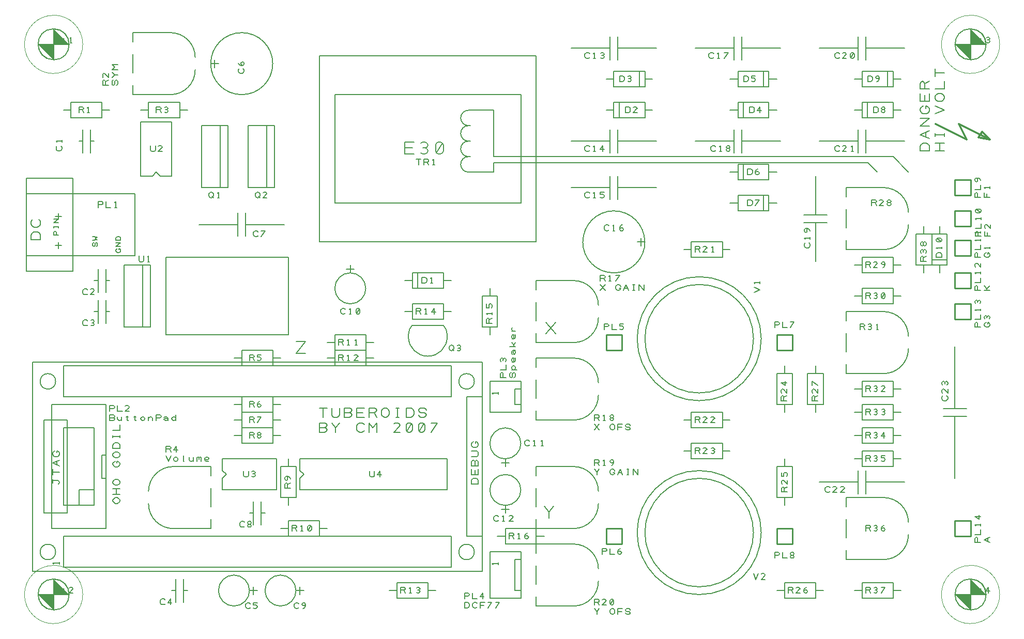
<source format=gbr>
%FSLAX23Y23*%
%MOIN*%
G04 EasyPC Gerber Version 14.0.2 Build 2922 *
%ADD72C,0.00100*%
%ADD25C,0.00500*%
%ADD28C,0.00787*%
%ADD26C,0.00800*%
%ADD29C,0.01000*%
%ADD27C,0.01200*%
X0Y0D02*
D02*
D25*
X6210Y1782D02*
X6207Y1779D01*
X6201Y1776*
X6191*
X6185Y1779*
X6182Y1782*
X6179Y1788*
Y1801*
X6182Y1807*
X6185Y1810*
X6191Y1813*
X6201*
X6207Y1810*
X6210Y1807*
X6254Y1776D02*
X6229D01*
X6251Y1798*
X6254Y1804*
X6251Y1810*
X6245Y1813*
X6235*
X6229Y1810*
X6304Y1776D02*
X6279D01*
X6301Y1798*
X6304Y1804*
X6301Y1810*
X6295Y1813*
X6285*
X6279Y1810*
D02*
D26*
X1029Y3704D02*
Y3304D01*
X1729*
Y3704*
X1029*
Y3804D02*
Y3204D01*
X1329*
Y3804*
X1029*
X1104Y1117D02*
G75*
G03X1204Y1016I100D01*
G01*
Y1117*
X1104*
G36*
G75*
G03X1204Y1016I100*
G01*
Y1117*
X1104*
G37*
Y4667D02*
G75*
G03X1204Y4566I100D01*
G01*
Y4667*
X1104*
G36*
G75*
G03X1204Y4566I100*
G01*
Y4667*
X1104*
G37*
X1117Y1391D02*
G75*
G03X1217I50D01*
G01*
G75*
G03X1117I-50*
G01*
Y2492D02*
G75*
G03X1217I50D01*
G01*
G75*
G03X1117I-50*
G01*
X1119Y3407D02*
X1059D01*
Y3437*
X1064Y3447*
X1069Y3452*
X1079Y3457*
X1099*
X1109Y3452*
X1114Y3447*
X1119Y3437*
Y3407*
X1109Y3537D02*
X1114Y3532D01*
X1119Y3522*
Y3507*
X1114Y3497*
X1109Y3492*
X1099Y3487*
X1079*
X1069Y3492*
X1064Y3497*
X1059Y3507*
Y3522*
X1064Y3532*
X1069Y3537*
X1204Y1126D02*
Y1163D01*
X1220Y1145*
X1235Y1163*
Y1126*
X1260Y1151D02*
X1273D01*
X1267Y1157D02*
Y1129D01*
X1270Y1126*
X1273*
X1276Y1129*
X1329Y1126D02*
X1304D01*
X1326Y1148*
X1329Y1154*
X1326Y1160*
X1320Y1163*
X1310*
X1304Y1160*
X1204Y1217D02*
G75*
G03Y1016J-100D01*
G01*
G75*
G03Y1217J100*
G01*
Y4676D02*
Y4713D01*
X1220Y4695*
X1235Y4713*
Y4676*
X1260Y4701D02*
X1273D01*
X1267Y4707D02*
Y4679D01*
X1270Y4676*
X1273*
X1276Y4679*
X1310Y4676D02*
X1323D01*
X1316D02*
Y4713D01*
X1310Y4707*
X1204Y4767D02*
G75*
G03Y4566J-100D01*
G01*
G75*
G03Y4767J100*
G01*
X1236Y3436D02*
X1206D01*
Y3453*
X1209Y3458*
X1214Y3460*
X1219Y3458*
X1221Y3453*
Y3436*
X1236Y3483D02*
Y3492D01*
Y3488D02*
X1206D01*
Y3483D02*
Y3492D01*
X1236Y3515D02*
X1206D01*
X1236Y3539*
X1206*
X1243Y1311D02*
Y1326D01*
Y1319D02*
X1199D01*
X1206Y1311*
X1236Y1829D02*
X1239Y1833D01*
X1243Y1840*
X1239Y1847*
X1236Y1851*
X1199*
Y1859*
Y1851D02*
Y1836D01*
X1243Y1907D02*
X1199D01*
Y1888D02*
Y1925D01*
X1243Y1947D02*
X1199Y1966D01*
X1243Y1984*
X1224Y1954D02*
Y1977D01*
Y2032D02*
Y2043D01*
X1228*
X1236Y2039*
X1239Y2036*
X1243Y2028*
Y2021*
X1239Y2014*
X1236Y2010*
X1228Y2006*
X1213*
X1206Y2010*
X1202Y2014*
X1199Y2021*
Y2028*
X1202Y2036*
X1206Y2039*
X1213Y2043*
X1251Y4010D02*
X1254Y4007D01*
X1257Y4001*
Y3992*
X1254Y3985*
X1251Y3982*
X1245Y3979*
X1232*
X1226Y3982*
X1223Y3985*
X1220Y3992*
Y4001*
X1223Y4007*
X1226Y4010*
X1257Y4035D02*
Y4048D01*
Y4042D02*
X1220D01*
X1226Y4035*
X1236Y3350D02*
Y3390D01*
X1255Y3370D02*
X1216D01*
X1236Y3538D02*
Y3577D01*
X1255Y3557D02*
X1216D01*
X1292Y1641D02*
Y2242D01*
X1142*
Y1641*
X1292*
X1304Y1117D02*
G75*
G03X1204Y1217I-100D01*
G01*
Y1117*
X1304*
G36*
G75*
G03X1204Y1217I-100*
G01*
Y1117*
X1304*
G37*
Y4667D02*
G75*
G03X1204Y4767I-100D01*
G01*
Y4667*
X1304*
G36*
G75*
G03X1204Y4767I-100*
G01*
Y4667*
X1304*
G37*
X1316Y4242D02*
X1267D01*
X1367Y4226D02*
Y4263D01*
X1388*
X1395Y4260*
X1398Y4254*
X1395Y4248*
X1388Y4245*
X1367*
X1388D02*
X1398Y4226D01*
X1423D02*
X1435D01*
X1429D02*
Y4263D01*
X1423Y4257*
Y2857D02*
X1420Y2854D01*
X1413Y2851*
X1404*
X1398Y2854*
X1395Y2857*
X1391Y2863*
Y2876*
X1395Y2882*
X1398Y2885*
X1404Y2888*
X1413*
X1420Y2885*
X1423Y2882*
X1445Y2854D02*
X1451Y2851D01*
X1457*
X1463Y2854*
X1466Y2860*
X1463Y2867*
X1457Y2870*
X1451*
X1457D02*
X1463Y2873D01*
X1466Y2879*
X1463Y2885*
X1457Y2888*
X1451*
X1445Y2885*
X1423Y3057D02*
X1420Y3054D01*
X1413Y3051*
X1404*
X1398Y3054*
X1395Y3057*
X1391Y3063*
Y3076*
X1395Y3082*
X1398Y3085*
X1404Y3088*
X1413*
X1420Y3085*
X1423Y3082*
X1466Y3051D02*
X1441D01*
X1463Y3073*
X1466Y3079*
X1463Y3085*
X1457Y3088*
X1448*
X1441Y3085*
X1391Y3967D02*
Y4117D01*
Y4042D02*
X1367D01*
X1441Y3967D02*
Y4117D01*
X1466Y1691D02*
Y2192D01*
X1267*
Y1691*
X1466*
Y1791D02*
Y1691D01*
X1367*
Y1791*
X1466*
Y2942D02*
X1492D01*
X1466Y4042D02*
X1441D01*
X1492Y3017D02*
Y2867D01*
Y3067D02*
Y3217D01*
Y3142D02*
X1466D01*
X1492Y3613D02*
Y3651D01*
X1513*
X1520Y3648*
X1523Y3642*
X1520Y3635*
X1513Y3632*
X1492*
X1542Y3651D02*
Y3613D01*
X1573*
X1598D02*
X1610D01*
X1604D02*
Y3651D01*
X1598Y3645*
X1479Y3363D02*
X1484Y3365D01*
X1486Y3370*
Y3380*
X1484Y3385*
X1479Y3387*
X1474Y3385*
X1471Y3380*
Y3370*
X1469Y3365*
X1464Y3363*
X1459Y3365*
X1456Y3370*
Y3380*
X1459Y3385*
X1464Y3387*
X1456Y3402D02*
X1486Y3405D01*
X1471Y3414*
X1486Y3424*
X1456Y3427*
X1516Y4292D02*
Y4191D01*
X1316*
Y4292*
X1516*
X1542Y2017D02*
X1516D01*
Y1866*
X1542*
Y2017*
Y2342D02*
X1192D01*
Y1542*
X1542*
Y2342*
Y2942D02*
X1566D01*
X1542Y3017D02*
Y2867D01*
Y3067D02*
Y3217D01*
X1566Y2298D02*
Y2336D01*
X1588*
X1595Y2333*
X1598Y2327*
X1595Y2320*
X1588Y2317*
X1566*
X1616Y2336D02*
Y2298D01*
X1648*
X1691D02*
X1666D01*
X1688Y2320*
X1691Y2327*
X1688Y2333*
X1682Y2336*
X1673*
X1666Y2333*
X1588Y2257D02*
X1595Y2254D01*
X1598Y2248*
X1595Y2242*
X1588Y2238*
X1566*
Y2276*
X1588*
X1595Y2273*
X1598Y2267*
X1595Y2260*
X1588Y2257*
X1566*
X1616Y2263D02*
Y2248D01*
X1620Y2242*
X1626Y2238*
X1632*
X1638Y2242*
X1641Y2248*
Y2263D02*
Y2238D01*
X1673Y2263D02*
X1685D01*
X1679Y2270D02*
Y2242D01*
X1682Y2238*
X1685*
X1688Y2242*
X1723Y2263D02*
X1735D01*
X1729Y2270D02*
Y2242D01*
X1732Y2238*
X1735*
X1738Y2242*
X1766Y2248D02*
X1770Y2242D01*
X1776Y2238*
X1782*
X1788Y2242*
X1791Y2248*
Y2254*
X1788Y2260*
X1782Y2263*
X1776*
X1770Y2260*
X1766Y2254*
Y2248*
X1816Y2238D02*
Y2263D01*
Y2254D02*
X1820Y2260D01*
X1826Y2263*
X1832*
X1838Y2260*
X1841Y2254*
Y2238*
X1866D02*
Y2276D01*
X1888*
X1895Y2273*
X1898Y2267*
X1895Y2260*
X1888Y2257*
X1866*
X1916Y2260D02*
X1923Y2263D01*
X1932*
X1938Y2260*
X1941Y2254*
Y2245*
X1938Y2242*
X1932Y2238*
X1926*
X1920Y2242*
X1916Y2245*
Y2248*
X1920Y2251*
X1926Y2254*
X1932*
X1938Y2251*
X1941Y2248*
Y2245D02*
Y2238D01*
X1991Y2254D02*
X1988Y2260D01*
X1982Y2263*
X1976*
X1970Y2260*
X1966Y2254*
Y2248*
X1970Y2242*
X1976Y2238*
X1982*
X1988Y2242*
X1991Y2248*
Y2238D02*
Y2276D01*
X1566Y3142D02*
X1542D01*
X1566Y4242D02*
X1516D01*
X1557Y4404D02*
X1520D01*
Y4426*
X1523Y4432*
X1529Y4435*
X1535Y4432*
X1538Y4426*
Y4404*
Y4426D02*
X1557Y4435D01*
Y4479D02*
Y4454D01*
X1535Y4476*
X1529Y4479*
X1523Y4476*
X1520Y4470*
Y4460*
X1523Y4454*
X1608Y4404D02*
X1614Y4407D01*
X1617Y4413*
Y4426*
X1614Y4432*
X1608Y4435*
X1602Y4432*
X1598Y4426*
Y4413*
X1595Y4407*
X1589Y4404*
X1583Y4407*
X1580Y4413*
Y4426*
X1583Y4432*
X1589Y4435*
X1617Y4470D02*
X1598D01*
X1580Y4454*
X1598Y4470D02*
X1580Y4485D01*
X1617Y4504D02*
X1580D01*
X1598Y4520*
X1580Y4535*
X1617*
X1616Y1704D02*
X1601D01*
X1594Y1708*
X1590Y1711*
X1586Y1719*
Y1726*
X1590Y1734*
X1594Y1737*
X1601Y1741*
X1616*
X1623Y1737*
X1627Y1734*
X1630Y1726*
Y1719*
X1627Y1711*
X1623Y1708*
X1616Y1704*
X1630Y1763D02*
X1586D01*
X1608D02*
Y1800D01*
X1630D02*
X1586D01*
X1616Y1822D02*
X1601D01*
X1594Y1826*
X1590Y1829*
X1586Y1837*
Y1844*
X1590Y1852*
X1594Y1855*
X1601Y1859*
X1616*
X1623Y1855*
X1627Y1852*
X1630Y1844*
Y1837*
X1627Y1829*
X1623Y1826*
X1616Y1822*
X1612Y1966D02*
Y1977D01*
X1616*
X1623Y1973*
X1627Y1970*
X1630Y1962*
Y1955*
X1627Y1948*
X1623Y1944*
X1616Y1940*
X1601*
X1594Y1944*
X1590Y1948*
X1586Y1955*
Y1962*
X1590Y1970*
X1594Y1973*
X1601Y1977*
X1616Y1999D02*
X1601D01*
X1594Y2003*
X1590Y2007*
X1586Y2014*
Y2021*
X1590Y2029*
X1594Y2032*
X1601Y2036*
X1616*
X1623Y2032*
X1627Y2029*
X1630Y2021*
Y2014*
X1627Y2007*
X1623Y2003*
X1616Y1999*
X1630Y2058D02*
X1586D01*
Y2080*
X1590Y2088*
X1594Y2092*
X1601Y2095*
X1616*
X1623Y2092*
X1627Y2088*
X1630Y2080*
Y2058*
Y2128D02*
Y2143D01*
Y2136D02*
X1586D01*
Y2128D02*
Y2143D01*
Y2176D02*
X1630D01*
Y2213*
X1624Y3341D02*
Y3348D01*
X1626*
X1631Y3346*
X1634Y3343*
X1636Y3338*
Y3333*
X1634Y3328*
X1631Y3326*
X1626Y3323*
X1616*
X1611Y3326*
X1609Y3328*
X1606Y3333*
Y3338*
X1609Y3343*
X1611Y3346*
X1616Y3348*
X1636Y3363D02*
X1606D01*
X1636Y3387*
X1606*
X1636Y3402D02*
X1606D01*
Y3417*
X1609Y3422*
X1611Y3424*
X1616Y3427*
X1626*
X1631Y3424*
X1634Y3422*
X1636Y3417*
Y3402*
X1716Y4602D02*
Y4482D01*
X1754Y3301D02*
Y3273D01*
X1757Y3267*
X1763Y3263*
X1776*
X1782Y3267*
X1785Y3273*
Y3301*
X1810Y3263D02*
X1823D01*
X1816D02*
Y3301D01*
X1810Y3295*
X1766Y4242D02*
X1816D01*
X1777Y3242D02*
Y2842D01*
X1816Y1702D02*
G75*
G03X1977Y1542I160D01*
G01*
X2217*
Y1602*
X1816Y1782D02*
G75*
G02X1977Y1941I160D01*
G01*
X2217*
Y1881*
X1816Y4191D02*
Y4292D01*
X2017*
Y4191*
X1816*
X1827Y3242D02*
X1657D01*
Y2842*
X1827*
Y3242*
X1829Y4013D02*
Y3985D01*
X1832Y3979*
X1838Y3976*
X1851*
X1857Y3979*
X1860Y3985*
Y4013*
X1904Y3976D02*
X1879D01*
X1901Y3998*
X1904Y4004*
X1901Y4010*
X1895Y4013*
X1885*
X1879Y4010*
X1866Y4226D02*
Y4263D01*
X1888*
X1895Y4260*
X1898Y4254*
X1895Y4248*
X1888Y4245*
X1866*
X1888D02*
X1898Y4226D01*
X1920Y4229D02*
X1926Y4226D01*
X1932*
X1938Y4229*
X1941Y4235*
X1938Y4242*
X1932Y4245*
X1926*
X1932D02*
X1938Y4248D01*
X1941Y4254*
X1938Y4260*
X1932Y4263*
X1926*
X1920Y4260*
X1923Y1057D02*
X1920Y1054D01*
X1913Y1051*
X1904*
X1898Y1054*
X1895Y1057*
X1891Y1063*
Y1076*
X1895Y1082*
X1898Y1085*
X1904Y1088*
X1913*
X1920Y1085*
X1923Y1082*
X1957Y1051D02*
Y1088D01*
X1941Y1063*
X1966*
X1929Y2036D02*
Y2073D01*
X1951*
X1957Y2070*
X1960Y2064*
X1957Y2058*
X1951Y2055*
X1929*
X1951D02*
X1960Y2036D01*
X1995D02*
Y2073D01*
X1979Y2048*
X2004*
X1929Y2013D02*
X1945Y1976D01*
X1960Y2013*
X1979Y1985D02*
X1982Y1979D01*
X1988Y1976*
X1995*
X2001Y1979*
X2004Y1985*
Y1991*
X2001Y1998*
X1995Y2001*
X1988*
X1982Y1998*
X1979Y1991*
Y1985*
X2045Y1976D02*
X2041D01*
Y2013*
X2079Y2001D02*
Y1985D01*
X2082Y1979*
X2088Y1976*
X2095*
X2101Y1979*
X2104Y1985*
Y2001D02*
Y1976D01*
X2129D02*
Y2001D01*
Y1998D02*
X2132Y2001D01*
X2138*
X2142Y1998*
Y1988*
Y1998D02*
X2145Y2001D01*
X2151*
X2154Y1998*
Y1976*
X2204Y1979D02*
X2201Y1976D01*
X2195*
X2188*
X2182Y1979*
X2179Y1985*
Y1995*
X2182Y1998*
X2188Y2001*
X2195*
X2201Y1998*
X2204Y1995*
Y1991*
X2201Y1988*
X2195Y1985*
X2188*
X2182Y1988*
X2179Y1991*
X1929Y2792D02*
Y3292D01*
X2717*
Y2792*
X1929*
X1966Y4167D02*
Y3817D01*
X1891*
X1866Y3842*
X1841Y3817*
X1766*
Y4167*
X1966*
X1991Y1067D02*
Y1217D01*
Y1142D02*
X1966D01*
X2017Y4242D02*
X2067D01*
X2041Y1067D02*
Y1217D01*
X2067Y1142D02*
X2041D01*
X2117Y4502D02*
G75*
G02X1956Y4342I-160D01*
G01*
X1716*
Y4402*
X2117Y4582D02*
G75*
G03X1956Y4742I-160D01*
G01*
X1716*
Y4682*
X2204Y3688D02*
Y3701D01*
X2207Y3707*
X2210Y3710*
X2217Y3713*
X2223*
X2229Y3710*
X2232Y3707*
X2235Y3701*
Y3688*
X2232Y3682*
X2229Y3679*
X2223Y3676*
X2217*
X2210Y3679*
X2207Y3682*
X2204Y3688*
X2226Y3685D02*
X2235Y3676D01*
X2260D02*
X2273D01*
X2267D02*
Y3713D01*
X2260Y3707*
X2217Y1682D02*
Y1802D01*
Y4542D02*
X2267D01*
X2217D02*
G75*
G02X2417Y4742I200D01*
G01*
G75*
G02X2617Y4542J-200*
G01*
G75*
G02X2417Y4342I-200*
G01*
G75*
G02X2217Y4542J200*
G01*
X2242Y4517D02*
Y4566D01*
X2277Y4142D02*
Y3742D01*
X2327Y4142D02*
X2157D01*
Y3742*
X2327*
Y4142*
X2392Y3504D02*
X2142D01*
X2392Y3579D02*
Y3429D01*
X2435Y1557D02*
X2432Y1554D01*
X2426Y1551*
X2417*
X2410Y1554*
X2407Y1557*
X2404Y1563*
Y1576*
X2407Y1582*
X2410Y1585*
X2417Y1588*
X2426*
X2432Y1585*
X2435Y1582*
X2463Y1570D02*
X2470D01*
X2476Y1573*
X2479Y1579*
X2476Y1585*
X2470Y1588*
X2463*
X2457Y1585*
X2454Y1579*
X2457Y1573*
X2463Y1570*
X2457Y1566*
X2454Y1560*
X2457Y1554*
X2463Y1551*
X2470*
X2476Y1554*
X2479Y1560*
X2476Y1566*
X2470Y1570*
X2417Y2142D02*
X2367D01*
X2417Y2242D02*
X2367D01*
X2417Y2342D02*
X2367D01*
X2417Y2642D02*
X2367D01*
X2429Y1913D02*
Y1885D01*
X2432Y1879*
X2438Y1876*
X2451*
X2457Y1879*
X2460Y1885*
Y1913*
X2482Y1879D02*
X2488Y1876D01*
X2495*
X2501Y1879*
X2504Y1885*
X2501Y1891*
X2495Y1895*
X2488*
X2495D02*
X2501Y1898D01*
X2504Y1904*
X2501Y1910*
X2495Y1913*
X2488*
X2482Y1910*
X2473Y1032D02*
X2470Y1029D01*
X2463Y1026*
X2454*
X2448Y1029*
X2445Y1032*
X2442Y1038*
Y1051*
X2445Y1057*
X2448Y1060*
X2454Y1063*
X2463*
X2470Y1060*
X2473Y1057*
X2492Y1029D02*
X2498Y1026D01*
X2507*
X2513Y1029*
X2517Y1035*
Y1038*
X2513Y1045*
X2507Y1048*
X2492*
Y1063*
X2517*
X2442Y3504D02*
X2692D01*
X2442Y3579D02*
Y3429D01*
X2426Y4510D02*
X2429Y4507D01*
X2432Y4501*
Y4492*
X2429Y4485*
X2426Y4482*
X2420Y4479*
X2407*
X2401Y4482*
X2398Y4485*
X2395Y4492*
Y4501*
X2398Y4507*
X2401Y4510*
X2423Y4529D02*
X2417Y4532D01*
X2413Y4538*
Y4545*
X2417Y4551*
X2423Y4554*
X2429Y4551*
X2432Y4545*
Y4538*
X2429Y4532*
X2423Y4529*
X2413*
X2404Y4532*
X2398Y4538*
X2395Y4545*
X2467Y1142D02*
G75*
G02X2367Y1042I-100D01*
G01*
G75*
G02X2267Y1142J100*
G01*
G75*
G02X2367Y1242I100*
G01*
G75*
G02X2467Y1142J-100*
G01*
Y1641D02*
X2492D01*
X2467Y2126D02*
Y2163D01*
X2488*
X2495Y2160*
X2498Y2154*
X2495Y2148*
X2488Y2145*
X2467*
X2488D02*
X2498Y2126D01*
X2526Y2145D02*
X2532D01*
X2538Y2148*
X2542Y2154*
X2538Y2160*
X2532Y2163*
X2526*
X2520Y2160*
X2517Y2154*
X2520Y2148*
X2526Y2145*
X2520Y2142*
X2517Y2135*
X2520Y2129*
X2526Y2126*
X2532*
X2538Y2129*
X2542Y2135*
X2538Y2142*
X2532Y2145*
X2467Y2226D02*
Y2263D01*
X2488*
X2495Y2260*
X2498Y2254*
X2495Y2248*
X2488Y2245*
X2467*
X2488D02*
X2498Y2226D01*
X2517D02*
X2542Y2263D01*
X2517*
X2467Y2326D02*
Y2363D01*
X2488*
X2495Y2360*
X2498Y2354*
X2495Y2348*
X2488Y2345*
X2467*
X2488D02*
X2498Y2326D01*
X2517Y2335D02*
X2520Y2342D01*
X2526Y2345*
X2532*
X2538Y2342*
X2542Y2335*
X2538Y2329*
X2532Y2326*
X2526*
X2520Y2329*
X2517Y2335*
Y2345*
X2520Y2354*
X2526Y2360*
X2532Y2363*
X2467Y2626D02*
Y2663D01*
X2488*
X2495Y2660*
X2498Y2654*
X2495Y2648*
X2488Y2645*
X2467*
X2488D02*
X2498Y2626D01*
X2517Y2629D02*
X2523Y2626D01*
X2532*
X2538Y2629*
X2542Y2635*
Y2638*
X2538Y2645*
X2532Y2648*
X2517*
Y2663*
X2542*
X2492Y1117D02*
Y1167D01*
Y1716D02*
Y1566D01*
X2523Y3432D02*
X2520Y3429D01*
X2513Y3426*
X2504*
X2498Y3429*
X2495Y3432*
X2492Y3438*
Y3451*
X2495Y3457*
X2498Y3460*
X2504Y3463*
X2513*
X2520Y3460*
X2523Y3457*
X2542Y3426D02*
X2567Y3463D01*
X2542*
X2504Y3688D02*
Y3701D01*
X2507Y3707*
X2510Y3710*
X2517Y3713*
X2523*
X2529Y3710*
X2532Y3707*
X2535Y3701*
Y3688*
X2532Y3682*
X2529Y3679*
X2523Y3676*
X2517*
X2510Y3679*
X2507Y3682*
X2504Y3688*
X2526Y3685D02*
X2535Y3676D01*
X2579D02*
X2554D01*
X2576Y3698*
X2579Y3704*
X2576Y3710*
X2570Y3713*
X2560*
X2554Y3710*
X2517Y1142D02*
X2467D01*
X2542Y1641D02*
X2567D01*
X2542Y1716D02*
Y1566D01*
X2577Y4142D02*
Y3742D01*
X2617Y2192D02*
Y2092D01*
X2417*
Y2192*
X2617*
Y2292D02*
Y2192D01*
X2417*
Y2292*
X2617*
Y2392D02*
Y2292D01*
X2417*
Y2392*
X2617*
Y2692D02*
Y2592D01*
X2417*
Y2692*
X2617*
X2627Y4142D02*
X2457D01*
Y3742*
X2627*
Y4142*
X2642Y1791D02*
X2292D01*
Y1866*
X2317Y1891*
X2292Y1916*
Y1991*
X2642*
Y1791*
X2667Y1941D02*
X2767D01*
Y1741*
X2667*
Y1941*
Y2142D02*
X2617D01*
X2667Y2242D02*
X2617D01*
X2667Y2342D02*
X2617D01*
X2667Y2642D02*
X2617D01*
X2717Y1542D02*
X2667D01*
X2717Y1741D02*
Y1691D01*
Y1991D02*
Y1941D01*
X2742Y1526D02*
Y1563D01*
X2763*
X2770Y1560*
X2773Y1554*
X2770Y1548*
X2763Y1545*
X2742*
X2763D02*
X2773Y1526D01*
X2798D02*
X2810D01*
X2804D02*
Y1563D01*
X2798Y1557*
X2845Y1529D02*
X2851Y1526D01*
X2857*
X2863Y1529*
X2867Y1535*
Y1554*
X2863Y1560*
X2857Y1563*
X2851*
X2845Y1560*
X2842Y1554*
Y1535*
X2845Y1529*
X2863Y1560*
X2732Y1804D02*
X2695D01*
Y1826*
X2698Y1832*
X2704Y1835*
X2710Y1832*
X2713Y1826*
Y1804*
Y1826D02*
X2732Y1835D01*
Y1863D02*
X2729Y1870D01*
X2723Y1876*
X2713Y1879*
X2704*
X2698Y1876*
X2695Y1870*
Y1863*
X2698Y1857*
X2704Y1854*
X2710Y1857*
X2713Y1863*
Y1870*
X2710Y1876*
X2704Y1879*
X2785Y1032D02*
X2782Y1029D01*
X2776Y1026*
X2767*
X2760Y1029*
X2757Y1032*
X2754Y1038*
Y1051*
X2757Y1057*
X2760Y1060*
X2767Y1063*
X2776*
X2782Y1060*
X2785Y1057*
X2813Y1026D02*
X2820Y1029D01*
X2826Y1035*
X2829Y1045*
Y1054*
X2826Y1060*
X2820Y1063*
X2813*
X2807Y1060*
X2804Y1054*
X2807Y1048*
X2813Y1045*
X2820*
X2826Y1048*
X2829Y1054*
X2767Y1142D02*
G75*
G02X2667Y1042I-100D01*
G01*
G75*
G02X2567Y1142J100*
G01*
G75*
G02X2667Y1242I100*
G01*
G75*
G02X2767Y1142J-100*
G01*
Y2748D02*
X2829D01*
X2767Y2673*
X2829*
X2792Y1117D02*
Y1167D01*
X2817Y1142D02*
X2767D01*
X2917Y1591D02*
Y1492D01*
X2717*
Y1591*
X2917*
Y3392D02*
X4316D01*
Y4592*
X2917*
Y3392*
X2967Y1542D02*
X2917D01*
X2967Y2742D02*
X3017D01*
Y2642D02*
X2967D01*
X3017Y2692D02*
Y2792D01*
X3217*
Y2692*
X3017*
Y3642D02*
X4217D01*
Y4342*
X3017*
Y3642*
X3042Y2626D02*
Y2663D01*
X3063*
X3070Y2660*
X3073Y2654*
X3070Y2648*
X3063Y2645*
X3042*
X3063D02*
X3073Y2626D01*
X3098D02*
X3110D01*
X3104D02*
Y2663D01*
X3098Y2657*
X3167Y2626D02*
X3142D01*
X3163Y2648*
X3167Y2654*
X3163Y2660*
X3157Y2663*
X3148*
X3142Y2660*
X3042Y2726D02*
Y2763D01*
X3063*
X3070Y2760*
X3073Y2754*
X3070Y2748*
X3063Y2745*
X3042*
X3063D02*
X3073Y2726D01*
X3098D02*
X3110D01*
X3104D02*
Y2763D01*
X3098Y2757*
X3148Y2726D02*
X3160D01*
X3154D02*
Y2763D01*
X3148Y2757*
X3085Y2932D02*
X3082Y2929D01*
X3076Y2926*
X3067*
X3060Y2929*
X3057Y2932*
X3054Y2938*
Y2951*
X3057Y2957*
X3060Y2960*
X3067Y2963*
X3076*
X3082Y2960*
X3085Y2957*
X3110Y2926D02*
X3123D01*
X3117D02*
Y2963D01*
X3110Y2957*
X3157Y2929D02*
X3163Y2926D01*
X3170*
X3176Y2929*
X3179Y2935*
Y2954*
X3176Y2960*
X3170Y2963*
X3163*
X3157Y2960*
X3154Y2954*
Y2935*
X3157Y2929*
X3176Y2960*
X3117Y3192D02*
G75*
G02X3217Y3092J-100D01*
G01*
G75*
G02X3117Y2992I-100*
G01*
G75*
G02X3017Y3092J100*
G01*
G75*
G02X3117Y3192I100*
G01*
Y3242D02*
Y3192D01*
X3142Y3217D02*
X3092D01*
X3217Y2692D02*
Y2592D01*
X3017*
Y2692*
X3217*
Y2742D02*
X3267D01*
X3242Y1913D02*
Y1885D01*
X3245Y1879*
X3251Y1876*
X3263*
X3270Y1879*
X3273Y1885*
Y1913*
X3307Y1876D02*
Y1913D01*
X3292Y1888*
X3317*
X3267Y2642D02*
X3217D01*
X3417Y1142D02*
X3367D01*
X3442Y1126D02*
Y1163D01*
X3463*
X3470Y1160*
X3473Y1154*
X3470Y1148*
X3463Y1145*
X3442*
X3463D02*
X3473Y1126D01*
X3498D02*
X3510D01*
X3504D02*
Y1163D01*
X3498Y1157*
X3545Y1129D02*
X3551Y1126D01*
X3557*
X3563Y1129*
X3567Y1135*
X3563Y1142*
X3557Y1145*
X3551*
X3557D02*
X3563Y1148D01*
X3567Y1154*
X3563Y1160*
X3557Y1163*
X3551*
X3545Y1160*
X3467Y3960D02*
Y4035D01*
X3529*
X3517Y3998D02*
X3467D01*
Y3960D02*
X3529D01*
X3573Y3967D02*
X3585Y3960D01*
X3598*
X3610Y3967*
X3617Y3979*
X3610Y3992*
X3598Y3998*
X3585*
X3598D02*
X3610Y4004D01*
X3617Y4017*
X3610Y4029*
X3598Y4035*
X3585*
X3573Y4029*
X3673Y3967D02*
X3685Y3960D01*
X3698*
X3710Y3967*
X3717Y3979*
Y4017*
X3710Y4029*
X3698Y4035*
X3685*
X3673Y4029*
X3667Y4017*
Y3979*
X3673Y3967*
X3710Y4029*
X3517Y2942D02*
X3467D01*
X3517Y3142D02*
X3467D01*
X3542Y2926D02*
Y2963D01*
X3563*
X3570Y2960*
X3573Y2954*
X3570Y2948*
X3563Y2945*
X3542*
X3563D02*
X3573Y2926D01*
X3598D02*
X3610D01*
X3604D02*
Y2963D01*
X3598Y2957*
X3657Y2926D02*
Y2963D01*
X3642Y2938*
X3667*
X3557Y3888D02*
Y3926D01*
X3542D02*
X3573D01*
X3592Y3888D02*
Y3926D01*
X3613*
X3620Y3923*
X3623Y3917*
X3620Y3910*
X3613Y3907*
X3592*
X3613D02*
X3623Y3888D01*
X3648D02*
X3660D01*
X3654D02*
Y3926D01*
X3648Y3920*
X3552Y3095D02*
Y3188D01*
X3579Y3126D02*
Y3163D01*
X3598*
X3604Y3160*
X3607Y3157*
X3610Y3151*
Y3138*
X3607Y3132*
X3604Y3129*
X3598Y3126*
X3579*
X3635D02*
X3648D01*
X3642D02*
Y3163D01*
X3635Y3157*
X3617Y1192D02*
Y1092D01*
X3417*
Y1192*
X3617*
X3667Y1142D02*
X3617D01*
X3717Y2992D02*
Y2892D01*
X3517*
Y2992*
X3717*
Y3192D02*
Y3092D01*
X3517*
Y3192*
X3717*
X3742Y1791D02*
X2792D01*
Y1866*
X2817Y1891*
X2792Y1916*
Y1991*
X3742*
Y1791*
Y2779D02*
G75*
G02X3617Y2654I-125D01*
G01*
G75*
G02X3492Y2779J125*
G01*
Y2794*
G75*
G02X3517Y2854I85J0*
G01*
X3717*
G75*
G02X3742Y2794I-60J-60*
G01*
Y2779*
X3754Y2701D02*
Y2713D01*
X3757Y2720*
X3760Y2723*
X3767Y2726*
X3773*
X3779Y2723*
X3782Y2720*
X3785Y2713*
Y2701*
X3782Y2695*
X3779Y2692*
X3773Y2688*
X3767*
X3760Y2692*
X3757Y2695*
X3754Y2701*
X3776Y2698D02*
X3785Y2688D01*
X3807Y2692D02*
X3813Y2688D01*
X3820*
X3826Y2692*
X3829Y2698*
X3826Y2704*
X3820Y2707*
X3813*
X3820D02*
X3826Y2710D01*
X3829Y2717*
X3826Y2723*
X3820Y2726*
X3813*
X3807Y2723*
X3767Y1292D02*
Y1492D01*
X1267*
Y1292*
X3767*
Y2392D02*
Y2592D01*
X1267*
Y2392*
X3767*
Y2942D02*
X3717D01*
X3767Y3142D02*
X3717D01*
X3817Y1391D02*
G75*
G03X3917I50D01*
G01*
G75*
G03X3817I-50*
G01*
Y2492D02*
G75*
G03X3917I50D01*
G01*
G75*
G03X3817I-50*
G01*
X3854Y1088D02*
Y1126D01*
X3876*
X3882Y1123*
X3885Y1117*
X3882Y1110*
X3876Y1107*
X3854*
X3904Y1126D02*
Y1088D01*
X3935*
X3970D02*
Y1126D01*
X3954Y1101*
X3979*
X3854Y1028D02*
Y1066D01*
X3873*
X3879Y1063*
X3882Y1060*
X3885Y1053*
Y1041*
X3882Y1035*
X3879Y1032*
X3873Y1028*
X3854*
X3935Y1035D02*
X3932Y1032D01*
X3926Y1028*
X3917*
X3910Y1032*
X3907Y1035*
X3904Y1041*
Y1053*
X3907Y1060*
X3910Y1063*
X3917Y1066*
X3926*
X3932Y1063*
X3935Y1060*
X3954Y1028D02*
Y1066D01*
X3985*
X3979Y1047D02*
X3954D01*
X4004Y1028D02*
X4029Y1066D01*
X4004*
X4054Y1028D02*
X4079Y1066D01*
X4054*
X3892Y3842D02*
X4042D01*
Y3904*
X6454*
X6516Y3842*
X3892D02*
X3879D01*
G75*
G02X3829Y3892J50*
G01*
G75*
G02X3879Y3942I50*
G01*
X3892*
X3879*
G75*
G02X3829Y3992J50*
G01*
G75*
G02X3879Y4042I50*
G01*
X3892*
X3879*
G75*
G02X3829Y4092J50*
G01*
G75*
G02X3879Y4142I50*
G01*
X3892*
X3879*
G75*
G02X3829Y4191J50*
G01*
G75*
G02X3879Y4242I50*
G01*
X3892*
X4042*
Y3942*
X6617*
X6716Y3842*
X3943Y1829D02*
X3899D01*
Y1851*
X3902Y1859*
X3906Y1862*
X3913Y1866*
X3928*
X3936Y1862*
X3939Y1859*
X3943Y1851*
Y1829*
Y1888D02*
X3899D01*
Y1925*
X3921Y1918D02*
Y1888D01*
X3943D02*
Y1925D01*
X3921Y1973D02*
X3924Y1980D01*
X3932Y1984*
X3939Y1980*
X3943Y1973*
Y1947*
X3899*
Y1973*
X3902Y1980*
X3910Y1984*
X3917Y1980*
X3921Y1973*
Y1947*
X3899Y2006D02*
X3932D01*
X3939Y2010*
X3943Y2017*
Y2032*
X3939Y2039*
X3932Y2043*
X3899*
X3924Y2091D02*
Y2102D01*
X3928*
X3936Y2098*
X3939Y2095*
X3943Y2087*
Y2080*
X3939Y2073*
X3936Y2069*
X3928Y2065*
X3913*
X3906Y2069*
X3902Y2073*
X3899Y2080*
Y2087*
X3902Y2095*
X3906Y2098*
X3913Y2102*
X3967Y1267D02*
Y2617D01*
X1067*
Y1267*
X3967*
Y1492D02*
Y2392D01*
X3867*
Y1492*
X3967*
Y3042D02*
X4066D01*
Y2842*
X3967*
Y3042*
X4017Y1391D02*
Y1092D01*
X4217*
Y1391*
X4017*
Y2492D02*
Y2292D01*
X4217*
Y2492*
X4017*
Y2842D02*
Y2792D01*
Y3092D02*
Y3042D01*
X4073Y1595D02*
X4070Y1591D01*
X4063Y1588*
X4054*
X4048Y1591*
X4045Y1595*
X4042Y1601*
Y1613*
X4045Y1620*
X4048Y1623*
X4054Y1626*
X4063*
X4070Y1623*
X4073Y1620*
X4098Y1588D02*
X4110D01*
X4104D02*
Y1626D01*
X4098Y1620*
X4167Y1588D02*
X4142D01*
X4163Y1610*
X4167Y1616*
X4163Y1623*
X4157Y1626*
X4148*
X4142Y1623*
X4032Y2867D02*
X3995D01*
Y2888*
X3998Y2895*
X4004Y2898*
X4010Y2895*
X4013Y2888*
Y2867*
Y2888D02*
X4032Y2898D01*
Y2923D02*
Y2935D01*
Y2929D02*
X3995D01*
X4001Y2923*
X4029Y2967D02*
X4032Y2973D01*
Y2982*
X4029Y2988*
X4023Y2992*
X4020*
X4013Y2988*
X4010Y2982*
Y2967*
X3995*
Y2992*
X4070Y1310D02*
Y1323D01*
Y1316D02*
X4032D01*
X4038Y1310*
X4070Y2410D02*
Y2423D01*
Y2417D02*
X4032D01*
X4038Y2410*
X4092Y1666D02*
X4142D01*
X4092Y1966D02*
X4142D01*
X4117Y1492D02*
X4066D01*
X4117Y1641D02*
Y1691D01*
G75*
G02X4017Y1791J100*
G01*
G75*
G02X4117Y1891I100*
G01*
G75*
G02X4217Y1791J-100*
G01*
G75*
G02X4117Y1691I-100*
G01*
Y1941D02*
Y1991D01*
G75*
G02X4017Y2092J100*
G01*
G75*
G02X4117Y2192I100*
G01*
G75*
G02X4217Y2092J-100*
G01*
G75*
G02X4117Y1991I-100*
G01*
X4122Y2517D02*
X4085D01*
Y2538*
X4088Y2545*
X4094Y2548*
X4100Y2545*
X4103Y2538*
Y2517*
X4085Y2567D02*
X4122D01*
Y2598*
X4119Y2620D02*
X4122Y2626D01*
Y2632*
X4119Y2638*
X4113Y2642*
X4107Y2638*
X4103Y2632*
Y2626*
Y2632D02*
X4100Y2638D01*
X4094Y2642*
X4088Y2638*
X4085Y2632*
Y2626*
X4088Y2620*
X4173Y2517D02*
X4179Y2520D01*
X4182Y2526*
Y2538*
X4179Y2545*
X4173Y2548*
X4167Y2545*
X4163Y2538*
Y2526*
X4160Y2520*
X4154Y2517*
X4148Y2520*
X4145Y2526*
Y2538*
X4148Y2545*
X4154Y2548*
X4157Y2567D02*
X4191D01*
X4173D02*
X4179Y2570D01*
X4182Y2576*
Y2582*
X4179Y2588*
X4173Y2592*
X4167*
X4160Y2588*
X4157Y2582*
Y2576*
X4160Y2570*
X4167Y2567*
X4173*
X4179Y2642D02*
X4182Y2638D01*
Y2632*
Y2626*
X4179Y2620*
X4173Y2617*
X4163*
X4160Y2620*
X4157Y2626*
Y2632*
X4160Y2638*
X4163Y2642*
X4167*
X4170Y2638*
X4173Y2632*
Y2626*
X4170Y2620*
X4167Y2617*
X4160Y2667D02*
X4157Y2673D01*
Y2682*
X4160Y2688*
X4167Y2692*
X4176*
X4179Y2688*
X4182Y2682*
Y2676*
X4179Y2670*
X4176Y2667*
X4173*
X4170Y2670*
X4167Y2676*
Y2682*
X4170Y2688*
X4173Y2692*
X4176D02*
X4182D01*
Y2717D02*
X4145D01*
X4170D02*
Y2726D01*
X4157Y2742*
X4170Y2726D02*
X4182Y2742D01*
X4179Y2792D02*
X4182Y2788D01*
Y2782*
Y2776*
X4179Y2770*
X4173Y2767*
X4163*
X4160Y2770*
X4157Y2776*
Y2782*
X4160Y2788*
X4163Y2792*
X4167*
X4170Y2788*
X4173Y2782*
Y2776*
X4170Y2770*
X4167Y2767*
X4182Y2817D02*
X4157D01*
X4167D02*
X4160Y2820D01*
X4157Y2826*
Y2832*
X4160Y2838*
X4142Y1476D02*
Y1513D01*
X4163*
X4170Y1510*
X4173Y1504*
X4170Y1498*
X4163Y1495*
X4142*
X4163D02*
X4173Y1476D01*
X4198D02*
X4210D01*
X4204D02*
Y1513D01*
X4198Y1507*
X4242Y1485D02*
X4245Y1492D01*
X4251Y1495*
X4257*
X4263Y1492*
X4267Y1485*
X4263Y1479*
X4257Y1476*
X4251*
X4245Y1479*
X4242Y1485*
Y1495*
X4245Y1504*
X4251Y1510*
X4257Y1513*
X4179Y1142D02*
X4217D01*
Y1341*
X4179*
Y1142*
Y2342D02*
X4217D01*
Y2442*
X4179*
Y2342*
X4273Y2082D02*
X4270Y2079D01*
X4263Y2076*
X4254*
X4248Y2079*
X4245Y2082*
X4242Y2088*
Y2101*
X4245Y2107*
X4248Y2110*
X4254Y2113*
X4263*
X4270Y2110*
X4273Y2107*
X4298Y2076D02*
X4310D01*
X4304D02*
Y2113D01*
X4298Y2107*
X4348Y2076D02*
X4360D01*
X4354D02*
Y2113D01*
X4348Y2107*
X4316Y1302D02*
Y1182D01*
Y1542D02*
Y1441D01*
X4117*
Y1542*
X4316*
Y1802D02*
Y1682D01*
Y2502D02*
Y2382D01*
Y3002D02*
Y2882D01*
X4367Y1492D02*
X4316D01*
X4398Y1610D02*
Y1648D01*
X4367Y1685*
X4398Y1648D02*
X4429Y1685D01*
X4379Y2798D02*
X4441Y2873D01*
X4379D02*
X4441Y2798D01*
X4660Y3682D02*
X4657Y3679D01*
X4651Y3676*
X4642*
X4635Y3679*
X4632Y3682*
X4629Y3688*
Y3701*
X4632Y3707*
X4635Y3710*
X4642Y3713*
X4651*
X4657Y3710*
X4660Y3707*
X4685Y3676D02*
X4698D01*
X4691D02*
Y3713D01*
X4685Y3707*
X4729Y3679D02*
X4735Y3676D01*
X4745*
X4751Y3679*
X4754Y3685*
Y3688*
X4751Y3695*
X4745Y3698*
X4729*
Y3713*
X4754*
X4660Y3982D02*
X4657Y3979D01*
X4651Y3976*
X4642*
X4635Y3979*
X4632Y3982*
X4629Y3988*
Y4001*
X4632Y4007*
X4635Y4010*
X4642Y4013*
X4651*
X4657Y4010*
X4660Y4007*
X4685Y3976D02*
X4698D01*
X4691D02*
Y4013D01*
X4685Y4007*
X4745Y3976D02*
Y4013D01*
X4729Y3988*
X4754*
X4660Y4582D02*
X4657Y4579D01*
X4651Y4576*
X4642*
X4635Y4579*
X4632Y4582*
X4629Y4588*
Y4601*
X4632Y4607*
X4635Y4610*
X4642Y4613*
X4651*
X4657Y4610*
X4660Y4607*
X4685Y4576D02*
X4698D01*
X4691D02*
Y4613D01*
X4685Y4607*
X4732Y4579D02*
X4738Y4576D01*
X4745*
X4751Y4579*
X4754Y4585*
X4751Y4592*
X4745Y4595*
X4738*
X4745D02*
X4751Y4598D01*
X4754Y4604*
X4751Y4610*
X4745Y4613*
X4738*
X4732Y4610*
X4691Y1048D02*
Y1086D01*
X4713*
X4720Y1083*
X4723Y1077*
X4720Y1070*
X4713Y1067*
X4691*
X4713D02*
X4723Y1048D01*
X4767D02*
X4742D01*
X4763Y1070*
X4767Y1077*
X4763Y1083*
X4757Y1086*
X4748*
X4742Y1083*
X4795Y1052D02*
X4801Y1048D01*
X4807*
X4813Y1052*
X4816Y1058*
Y1077*
X4813Y1083*
X4807Y1086*
X4801*
X4795Y1083*
X4792Y1077*
Y1058*
X4795Y1052*
X4813Y1083*
X4707Y988D02*
Y1007D01*
X4691Y1026*
X4707Y1007D02*
X4723Y1026D01*
X4792Y1001D02*
Y1013D01*
X4795Y1020*
X4798Y1023*
X4804Y1026*
X4810*
X4816Y1023*
X4820Y1020*
X4823Y1013*
Y1001*
X4820Y995*
X4816Y992*
X4810Y988*
X4804*
X4798Y992*
X4795Y995*
X4792Y1001*
X4842Y988D02*
Y1026D01*
X4873*
X4867Y1007D02*
X4842D01*
X4892Y998D02*
X4895Y992D01*
X4901Y988*
X4913*
X4920Y992*
X4923Y998*
X4920Y1004*
X4913Y1007*
X4901*
X4895Y1010*
X4892Y1016*
X4895Y1023*
X4901Y1026*
X4913*
X4920Y1023*
X4923Y1016*
X4691Y1948D02*
Y1986D01*
X4713*
X4720Y1983*
X4723Y1977*
X4720Y1970*
X4713Y1967*
X4691*
X4713D02*
X4723Y1948D01*
X4748D02*
X4760D01*
X4754D02*
Y1986D01*
X4748Y1980*
X4801Y1948D02*
X4807Y1952D01*
X4813Y1958*
X4816Y1967*
Y1977*
X4813Y1983*
X4807Y1986*
X4801*
X4795Y1983*
X4792Y1977*
X4795Y1970*
X4801Y1967*
X4807*
X4813Y1970*
X4816Y1977*
X4707Y1888D02*
Y1907D01*
X4691Y1926*
X4707Y1907D02*
X4723Y1926D01*
X4813Y1904D02*
X4823D01*
Y1901*
X4820Y1895*
X4816Y1891*
X4810Y1888*
X4804*
X4798Y1891*
X4795Y1895*
X4792Y1901*
Y1913*
X4795Y1920*
X4798Y1923*
X4804Y1926*
X4810*
X4816Y1923*
X4820Y1920*
X4823Y1913*
X4842Y1888D02*
X4857Y1926D01*
X4873Y1888*
X4848Y1904D02*
X4867D01*
X4901Y1888D02*
X4913D01*
X4907D02*
Y1926D01*
X4901D02*
X4913D01*
X4941Y1888D02*
Y1926D01*
X4973Y1888*
Y1926*
X4691Y2238D02*
Y2276D01*
X4713*
X4720Y2273*
X4723Y2267*
X4720Y2260*
X4713Y2257*
X4691*
X4713D02*
X4723Y2238D01*
X4748D02*
X4760D01*
X4754D02*
Y2276D01*
X4748Y2270*
X4801Y2257D02*
X4807D01*
X4813Y2260*
X4816Y2267*
X4813Y2273*
X4807Y2276*
X4801*
X4795Y2273*
X4792Y2267*
X4795Y2260*
X4801Y2257*
X4795Y2254*
X4792Y2248*
X4795Y2242*
X4801Y2238*
X4807*
X4813Y2242*
X4816Y2248*
X4813Y2254*
X4807Y2257*
X4691Y2178D02*
X4723Y2216D01*
X4691D02*
X4723Y2178D01*
X4792Y2191D02*
Y2203D01*
X4795Y2210*
X4798Y2213*
X4804Y2216*
X4810*
X4816Y2213*
X4820Y2210*
X4823Y2203*
Y2191*
X4820Y2185*
X4816Y2182*
X4810Y2178*
X4804*
X4798Y2182*
X4795Y2185*
X4792Y2191*
X4842Y2178D02*
Y2216D01*
X4873*
X4867Y2197D02*
X4842D01*
X4892Y2188D02*
X4895Y2182D01*
X4901Y2178*
X4913*
X4920Y2182*
X4923Y2188*
X4920Y2194*
X4913Y2197*
X4901*
X4895Y2200*
X4892Y2207*
X4895Y2213*
X4901Y2216*
X4913*
X4920Y2213*
X4923Y2207*
X4717Y1202D02*
G75*
G02X4557Y1042I-160D01*
G01*
X4316*
Y1102*
X4717Y1282D02*
G75*
G03X4557Y1441I-160D01*
G01*
X4316*
Y1382*
X4717Y1702D02*
G75*
G02X4557Y1542I-160D01*
G01*
X4316*
Y1602*
X4717Y1782D02*
G75*
G03X4557Y1941I-160D01*
G01*
X4316*
Y1881*
X4717Y2402D02*
G75*
G02X4557Y2242I-160D01*
G01*
X4316*
Y2302*
X4717Y2482D02*
G75*
G03X4557Y2642I-160D01*
G01*
X4316*
Y2582*
X4717Y2902D02*
G75*
G02X4557Y2742I-160D01*
G01*
X4316*
Y2802*
X4717Y2982D02*
G75*
G03X4557Y3142I-160D01*
G01*
X4316*
Y3082*
X4729Y3138D02*
Y3176D01*
X4751*
X4757Y3173*
X4760Y3167*
X4757Y3160*
X4751Y3157*
X4729*
X4751D02*
X4760Y3138D01*
X4785D02*
X4798D01*
X4792D02*
Y3176D01*
X4785Y3170*
X4829Y3138D02*
X4854Y3176D01*
X4829*
X4729Y3078D02*
X4760Y3116D01*
X4729D02*
X4760Y3078D01*
X4851Y3094D02*
X4860D01*
Y3091*
X4857Y3085*
X4854Y3082*
X4848Y3078*
X4842*
X4835Y3082*
X4832Y3085*
X4829Y3091*
Y3103*
X4832Y3110*
X4835Y3113*
X4842Y3116*
X4848*
X4854Y3113*
X4857Y3110*
X4860Y3103*
X4879Y3078D02*
X4895Y3116D01*
X4910Y3078*
X4885Y3094D02*
X4904D01*
X4938Y3078D02*
X4951D01*
X4945D02*
Y3116D01*
X4938D02*
X4951D01*
X4979Y3078D02*
Y3116D01*
X5010Y3078*
Y3116*
X4742Y1376D02*
Y1413D01*
X4763*
X4770Y1410*
X4773Y1404*
X4770Y1398*
X4763Y1395*
X4742*
X4792Y1413D02*
Y1376D01*
X4823*
X4842Y1385D02*
X4845Y1391D01*
X4851Y1395*
X4857*
X4863Y1391*
X4867Y1385*
X4863Y1379*
X4857Y1376*
X4851*
X4845Y1379*
X4842Y1385*
Y1395*
X4845Y1404*
X4851Y1410*
X4857Y1413*
X4754Y2826D02*
Y2863D01*
X4776*
X4782Y2860*
X4785Y2854*
X4782Y2848*
X4776Y2845*
X4754*
X4804Y2863D02*
Y2826D01*
X4835*
X4854Y2829D02*
X4860Y2826D01*
X4870*
X4876Y2829*
X4879Y2835*
Y2838*
X4876Y2845*
X4870Y2848*
X4854*
Y2863*
X4879*
X4785Y3470D02*
X4782Y3467D01*
X4776Y3463*
X4767*
X4760Y3467*
X4757Y3470*
X4754Y3476*
Y3488*
X4757Y3495*
X4760Y3498*
X4767Y3501*
X4776*
X4782Y3498*
X4785Y3495*
X4810Y3463D02*
X4823D01*
X4816D02*
Y3501D01*
X4810Y3495*
X4854Y3473D02*
X4857Y3479D01*
X4863Y3482*
X4870*
X4876Y3479*
X4879Y3473*
X4876Y3467*
X4870Y3463*
X4863*
X4857Y3467*
X4854Y3473*
Y3482*
X4857Y3492*
X4863Y3498*
X4870Y3501*
X4767Y4441D02*
X4816D01*
X4792Y3742D02*
X4542D01*
X4792Y3817D02*
Y3667D01*
Y4042D02*
X4542D01*
X4792Y4117D02*
Y3967D01*
Y4642D02*
X4542D01*
X4792Y4717D02*
Y4566D01*
X4816Y4242D02*
X4767D01*
X4816Y4392D02*
Y4492D01*
X5017*
Y4392*
X4816*
X4842Y3742D02*
X5092D01*
X4842Y3817D02*
Y3667D01*
Y4042D02*
X5092D01*
X4842Y4117D02*
Y3967D01*
Y4642D02*
X5092D01*
X4842Y4717D02*
Y4566D01*
X4852Y4194D02*
Y4289D01*
X4854Y4426D02*
Y4463D01*
X4873*
X4879Y4460*
X4882Y4457*
X4885Y4451*
Y4438*
X4882Y4432*
X4879Y4429*
X4873Y4426*
X4854*
X4907Y4429D02*
X4913Y4426D01*
X4920*
X4926Y4429*
X4929Y4435*
X4926Y4441*
X4920Y4445*
X4913*
X4920D02*
X4926Y4448D01*
X4929Y4454*
X4926Y4460*
X4920Y4463*
X4913*
X4907Y4460*
X4892Y4226D02*
Y4263D01*
X4910*
X4917Y4260*
X4920Y4257*
X4923Y4251*
Y4238*
X4920Y4232*
X4917Y4229*
X4910Y4226*
X4892*
X4967D02*
X4941D01*
X4963Y4248*
X4967Y4254*
X4963Y4260*
X4957Y4263*
X4948*
X4941Y4260*
X4967Y1516D02*
G75*
G03X5767I400D01*
G01*
G75*
G03X4967I-400*
G01*
Y2767D02*
G75*
G03X5767I400D01*
G01*
G75*
G03X4967I-400*
G01*
X4982Y4489D02*
Y4395D01*
X4992Y3417D02*
Y3367D01*
X5017Y1516D02*
G75*
G03X5717I350D01*
G01*
G75*
G03X5017I-350*
G01*
Y2767D02*
G75*
G03X5717I350D01*
G01*
G75*
G03X5017I-350*
G01*
Y3392D02*
X4967D01*
X5017D02*
G75*
G02X4816Y3192I-200D01*
G01*
G75*
G02X4617Y3392J200*
G01*
G75*
G02X4816Y3592I200*
G01*
G75*
G02X5017Y3392J-200*
G01*
Y4292D02*
Y4191D01*
X4816*
Y4292*
X5017*
Y4441D02*
X5066D01*
Y4242D02*
X5017D01*
X5267Y2041D02*
X5316D01*
X5267Y2242D02*
X5316D01*
Y1991D02*
Y2092D01*
X5517*
Y1991*
X5316*
Y2192D02*
Y2292D01*
X5517*
Y2192*
X5316*
Y3342D02*
X5267D01*
X5342Y2026D02*
Y2063D01*
X5363*
X5370Y2060*
X5373Y2054*
X5370Y2048*
X5363Y2045*
X5342*
X5363D02*
X5373Y2026D01*
X5417D02*
X5392D01*
X5413Y2048*
X5417Y2054*
X5413Y2060*
X5407Y2063*
X5398*
X5392Y2060*
X5445Y2029D02*
X5451Y2026D01*
X5457*
X5463Y2029*
X5467Y2035*
X5463Y2041*
X5457Y2045*
X5451*
X5457D02*
X5463Y2048D01*
X5467Y2054*
X5463Y2060*
X5457Y2063*
X5451*
X5445Y2060*
X5342Y2226D02*
Y2263D01*
X5363*
X5370Y2260*
X5373Y2254*
X5370Y2248*
X5363Y2245*
X5342*
X5363D02*
X5373Y2226D01*
X5417D02*
X5392D01*
X5413Y2248*
X5417Y2254*
X5413Y2260*
X5407Y2263*
X5398*
X5392Y2260*
X5467Y2226D02*
X5441D01*
X5463Y2248*
X5467Y2254*
X5463Y2260*
X5457Y2263*
X5448*
X5441Y2260*
X5342Y3326D02*
Y3363D01*
X5363*
X5370Y3360*
X5373Y3354*
X5370Y3348*
X5363Y3345*
X5342*
X5363D02*
X5373Y3326D01*
X5417D02*
X5392D01*
X5413Y3348*
X5417Y3354*
X5413Y3360*
X5407Y3363*
X5398*
X5392Y3360*
X5448Y3326D02*
X5460D01*
X5454D02*
Y3363D01*
X5448Y3357*
X5460Y4582D02*
X5457Y4579D01*
X5451Y4576*
X5441*
X5435Y4579*
X5432Y4582*
X5429Y4588*
Y4601*
X5432Y4607*
X5435Y4610*
X5441Y4613*
X5451*
X5457Y4610*
X5460Y4607*
X5485Y4576D02*
X5498D01*
X5492D02*
Y4613D01*
X5485Y4607*
X5529Y4576D02*
X5554Y4613D01*
X5529*
X5473Y3982D02*
X5470Y3979D01*
X5463Y3976*
X5454*
X5448Y3979*
X5445Y3982*
X5441Y3988*
Y4001*
X5445Y4007*
X5448Y4010*
X5454Y4013*
X5463*
X5470Y4010*
X5473Y4007*
X5498Y3976D02*
X5510D01*
X5504D02*
Y4013D01*
X5498Y4007*
X5551Y3995D02*
X5557D01*
X5563Y3998*
X5566Y4004*
X5563Y4010*
X5557Y4013*
X5551*
X5545Y4010*
X5542Y4004*
X5545Y3998*
X5551Y3995*
X5545Y3992*
X5542Y3985*
X5545Y3979*
X5551Y3976*
X5557*
X5563Y3979*
X5566Y3985*
X5563Y3992*
X5557Y3995*
X5517Y2041D02*
X5566D01*
X5517Y2242D02*
X5566D01*
X5517Y3392D02*
Y3292D01*
X5316*
Y3392*
X5517*
X5566Y3342D02*
X5517D01*
X5566Y3642D02*
X5617D01*
X5566Y4441D02*
X5617D01*
X5592Y4042D02*
X5342D01*
X5592Y4117D02*
Y3967D01*
Y4642D02*
X5342D01*
X5592Y4717D02*
Y4566D01*
X5617Y3592D02*
Y3692D01*
X5816*
Y3592*
X5617*
Y3842D02*
X5566D01*
X5617Y4242D02*
X5566D01*
X5617Y4392D02*
Y4492D01*
X5816*
Y4392*
X5617*
X5642Y4042D02*
X5892D01*
X5642Y4117D02*
Y3967D01*
Y4642D02*
X5892D01*
X5642Y4717D02*
Y4566D01*
X5652Y3795D02*
Y3888D01*
Y4194D02*
Y4289D01*
X5654Y4426D02*
Y4463D01*
X5673*
X5679Y4460*
X5682Y4457*
X5685Y4451*
Y4438*
X5682Y4432*
X5679Y4429*
X5673Y4426*
X5654*
X5704Y4429D02*
X5710Y4426D01*
X5720*
X5726Y4429*
X5729Y4435*
Y4438*
X5726Y4445*
X5720Y4448*
X5704*
Y4463*
X5729*
X5679Y3626D02*
Y3663D01*
X5698*
X5704Y3660*
X5707Y3657*
X5710Y3651*
Y3638*
X5707Y3632*
X5704Y3629*
X5698Y3626*
X5679*
X5729D02*
X5754Y3663D01*
X5729*
X5679Y3826D02*
Y3863D01*
X5698*
X5704Y3860*
X5707Y3857*
X5710Y3851*
Y3838*
X5707Y3832*
X5704Y3829*
X5698Y3826*
X5679*
X5729Y3835D02*
X5732Y3842D01*
X5738Y3845*
X5745*
X5751Y3842*
X5754Y3835*
X5751Y3829*
X5745Y3826*
X5738*
X5732Y3829*
X5729Y3835*
Y3845*
X5732Y3854*
X5738Y3860*
X5745Y3863*
X5691Y4226D02*
Y4263D01*
X5710*
X5717Y4260*
X5720Y4257*
X5723Y4251*
Y4238*
X5720Y4232*
X5717Y4229*
X5710Y4226*
X5691*
X5757D02*
Y4263D01*
X5742Y4238*
X5767*
X5717Y1251D02*
X5732Y1213D01*
X5748Y1251*
X5792Y1213D02*
X5767D01*
X5788Y1235*
X5792Y1242*
X5788Y1248*
X5782Y1251*
X5773*
X5767Y1248*
X5720Y3067D02*
X5757Y3082D01*
X5720Y3098*
X5757Y3123D02*
Y3135D01*
Y3129D02*
X5720D01*
X5726Y3123*
X5782Y3688D02*
Y3595D01*
Y4489D02*
Y4395D01*
X5816Y3642D02*
X5867D01*
X5816Y3892D02*
Y3792D01*
X5617*
Y3892*
X5816*
Y4292D02*
Y4191D01*
X5617*
Y4292*
X5816*
Y4441D02*
X5867D01*
X5854Y1351D02*
Y1388D01*
X5876*
X5882Y1385*
X5885Y1379*
X5882Y1373*
X5876Y1370*
X5854*
X5904Y1388D02*
Y1351D01*
X5935*
X5963Y1370D02*
X5970D01*
X5976Y1373*
X5979Y1379*
X5976Y1385*
X5970Y1388*
X5963*
X5957Y1385*
X5954Y1379*
X5957Y1373*
X5963Y1370*
X5957Y1367*
X5954Y1360*
X5957Y1354*
X5963Y1351*
X5970*
X5976Y1354*
X5979Y1360*
X5976Y1367*
X5970Y1370*
X5854Y2838D02*
Y2876D01*
X5876*
X5882Y2873*
X5885Y2867*
X5882Y2860*
X5876Y2857*
X5854*
X5904Y2876D02*
Y2838D01*
X5935*
X5954D02*
X5979Y2876D01*
X5954*
X5867Y2542D02*
X5967D01*
Y2342*
X5867*
Y2542*
Y3842D02*
X5816D01*
X5867Y4242D02*
X5816D01*
X5917Y1142D02*
X5867D01*
X5917Y1691D02*
Y1741D01*
Y1941D02*
Y1991D01*
Y2342D02*
Y2292D01*
Y2592D02*
Y2542D01*
X5941Y1126D02*
Y1163D01*
X5963*
X5970Y1160*
X5973Y1154*
X5970Y1148*
X5963Y1145*
X5941*
X5963D02*
X5973Y1126D01*
X6017D02*
X5992D01*
X6013Y1148*
X6017Y1154*
X6013Y1160*
X6007Y1163*
X5998*
X5992Y1160*
X6042Y1135D02*
X6045Y1142D01*
X6051Y1145*
X6057*
X6063Y1142*
X6066Y1135*
X6063Y1129*
X6057Y1126*
X6051*
X6045Y1129*
X6042Y1135*
Y1145*
X6045Y1154*
X6051Y1160*
X6057Y1163*
X5932Y2367D02*
X5895D01*
Y2388*
X5898Y2395*
X5904Y2398*
X5910Y2395*
X5913Y2388*
Y2367*
Y2388D02*
X5932Y2398D01*
Y2442D02*
Y2417D01*
X5910Y2438*
X5904Y2442*
X5898Y2438*
X5895Y2432*
Y2423*
X5898Y2417*
X5932Y2482D02*
X5895D01*
X5920Y2467*
Y2492*
X5935Y1779D02*
X5897D01*
Y1801*
X5900Y1807*
X5907Y1810*
X5913Y1807*
X5916Y1801*
Y1779*
Y1801D02*
X5935Y1810D01*
Y1854D02*
Y1829D01*
X5913Y1851*
X5907Y1854*
X5900Y1851*
X5897Y1845*
Y1835*
X5900Y1829*
X5932Y1879D02*
X5935Y1885D01*
Y1895*
X5932Y1901*
X5925Y1904*
X5922*
X5916Y1901*
X5913Y1895*
Y1879*
X5897*
Y1904*
X5967Y1741D02*
X5867D01*
Y1941*
X5967*
Y1741*
X6042Y3517D02*
X6191D01*
X6042Y3567D02*
X6191D01*
X6076Y3385D02*
X6079Y3382D01*
X6082Y3376*
Y3367*
X6079Y3360*
X6076Y3357*
X6070Y3354*
X6057*
X6051Y3357*
X6048Y3360*
X6045Y3367*
Y3376*
X6048Y3382*
X6051Y3385*
X6082Y3410D02*
Y3423D01*
Y3417D02*
X6045D01*
X6051Y3410*
X6082Y3463D02*
X6079Y3470D01*
X6073Y3476*
X6063Y3479*
X6054*
X6048Y3476*
X6045Y3470*
Y3463*
X6048Y3457*
X6054Y3454*
X6060Y3457*
X6063Y3463*
Y3470*
X6060Y3476*
X6054Y3479*
X6117Y1192D02*
Y1092D01*
X5917*
Y1192*
X6117*
Y2292D02*
Y2342D01*
Y2542D02*
Y2592D01*
Y3517D02*
Y3267D01*
Y3567D02*
Y3817D01*
X6132Y2367D02*
X6095D01*
Y2388*
X6098Y2395*
X6104Y2398*
X6110Y2395*
X6113Y2388*
Y2367*
Y2388D02*
X6132Y2398D01*
Y2442D02*
Y2417D01*
X6110Y2438*
X6104Y2442*
X6098Y2438*
X6095Y2432*
Y2423*
X6098Y2417*
X6132Y2467D02*
X6095Y2492D01*
Y2467*
X6167Y1142D02*
X6117D01*
X6167Y2342D02*
X6066D01*
Y2542*
X6167*
Y2342*
X6273Y3982D02*
X6270Y3979D01*
X6263Y3976*
X6254*
X6248Y3979*
X6245Y3982*
X6242Y3988*
Y4001*
X6245Y4007*
X6248Y4010*
X6254Y4013*
X6263*
X6270Y4010*
X6273Y4007*
X6316Y3976D02*
X6292D01*
X6313Y3998*
X6316Y4004*
X6313Y4010*
X6307Y4013*
X6298*
X6292Y4010*
X6348Y3976D02*
X6360D01*
X6354D02*
Y4013D01*
X6348Y4007*
X6273Y4582D02*
X6270Y4579D01*
X6263Y4576*
X6254*
X6248Y4579*
X6245Y4582*
X6242Y4588*
Y4601*
X6245Y4607*
X6248Y4610*
X6254Y4613*
X6263*
X6270Y4610*
X6273Y4607*
X6316Y4576D02*
X6292D01*
X6313Y4598*
X6316Y4604*
X6313Y4610*
X6307Y4613*
X6298*
X6292Y4610*
X6345Y4579D02*
X6351Y4576D01*
X6357*
X6363Y4579*
X6367Y4585*
Y4604*
X6363Y4610*
X6357Y4613*
X6351*
X6345Y4610*
X6342Y4604*
Y4585*
X6345Y4579*
X6363Y4610*
X6316Y1602D02*
Y1482D01*
Y2802D02*
Y2682D01*
Y3602D02*
Y3482D01*
X6367Y1142D02*
X6417D01*
X6367Y1991D02*
X6417D01*
X6367Y2292D02*
X6417D01*
X6367Y3042D02*
X6417D01*
X6367Y4441D02*
X6417D01*
X6392Y1841D02*
X6142D01*
X6392Y1916D02*
Y1766D01*
Y4042D02*
X6142D01*
X6392Y4117D02*
Y3967D01*
Y4642D02*
X6142D01*
X6392Y4717D02*
Y4566D01*
X6404Y2826D02*
Y2863D01*
X6426*
X6432Y2860*
X6435Y2854*
X6432Y2848*
X6426Y2845*
X6404*
X6426D02*
X6435Y2826D01*
X6457Y2829D02*
X6463Y2826D01*
X6470*
X6476Y2829*
X6479Y2835*
X6476Y2842*
X6470Y2845*
X6463*
X6470D02*
X6476Y2848D01*
X6479Y2854*
X6476Y2860*
X6470Y2863*
X6463*
X6457Y2860*
X6510Y2826D02*
X6523D01*
X6516D02*
Y2863D01*
X6510Y2857*
X6417Y1092D02*
Y1192D01*
X6617*
Y1092*
X6417*
Y1941D02*
Y2041D01*
X6617*
Y1941*
X6417*
Y2142D02*
X6367D01*
X6417Y2242D02*
Y2342D01*
X6617*
Y2242*
X6417*
Y2442D02*
X6367D01*
X6417Y2992D02*
Y3092D01*
X6617*
Y2992*
X6417*
Y3242D02*
X6367D01*
X6417Y4242D02*
X6367D01*
X6417Y4392D02*
Y4492D01*
X6617*
Y4392*
X6417*
X6441Y1126D02*
Y1163D01*
X6463*
X6470Y1160*
X6473Y1154*
X6470Y1148*
X6463Y1145*
X6441*
X6463D02*
X6473Y1126D01*
X6495Y1129D02*
X6501Y1126D01*
X6507*
X6513Y1129*
X6516Y1135*
X6513Y1142*
X6507Y1145*
X6501*
X6507D02*
X6513Y1148D01*
X6516Y1154*
X6513Y1160*
X6507Y1163*
X6501*
X6495Y1160*
X6542Y1126D02*
X6566Y1163D01*
X6542*
X6441Y1526D02*
Y1563D01*
X6463*
X6470Y1560*
X6473Y1554*
X6470Y1548*
X6463Y1545*
X6441*
X6463D02*
X6473Y1526D01*
X6495Y1529D02*
X6501Y1526D01*
X6507*
X6513Y1529*
X6516Y1535*
X6513Y1542*
X6507Y1545*
X6501*
X6507D02*
X6513Y1548D01*
X6516Y1554*
X6513Y1560*
X6507Y1563*
X6501*
X6495Y1560*
X6542Y1535D02*
X6545Y1542D01*
X6551Y1545*
X6557*
X6563Y1542*
X6566Y1535*
X6563Y1529*
X6557Y1526*
X6551*
X6545Y1529*
X6542Y1535*
Y1545*
X6545Y1554*
X6551Y1560*
X6557Y1563*
X6441Y1841D02*
X6691D01*
X6441Y1916D02*
Y1766D01*
Y1976D02*
Y2013D01*
X6463*
X6470Y2010*
X6473Y2004*
X6470Y1998*
X6463Y1995*
X6441*
X6463D02*
X6473Y1976D01*
X6495Y1979D02*
X6501Y1976D01*
X6507*
X6513Y1979*
X6516Y1985*
X6513Y1991*
X6507Y1995*
X6501*
X6507D02*
X6513Y1998D01*
X6516Y2004*
X6513Y2010*
X6507Y2013*
X6501*
X6495Y2010*
X6542Y1979D02*
X6548Y1976D01*
X6557*
X6563Y1979*
X6566Y1985*
Y1988*
X6563Y1995*
X6557Y1998*
X6542*
Y2013*
X6566*
X6441Y2126D02*
Y2163D01*
X6463*
X6470Y2160*
X6473Y2154*
X6470Y2148*
X6463Y2145*
X6441*
X6463D02*
X6473Y2126D01*
X6495Y2129D02*
X6501Y2126D01*
X6507*
X6513Y2129*
X6516Y2135*
X6513Y2142*
X6507Y2145*
X6501*
X6507D02*
X6513Y2148D01*
X6516Y2154*
X6513Y2160*
X6507Y2163*
X6501*
X6495Y2160*
X6557Y2126D02*
Y2163D01*
X6542Y2138*
X6566*
X6441Y2276D02*
Y2313D01*
X6463*
X6470Y2310*
X6473Y2304*
X6470Y2298*
X6463Y2295*
X6441*
X6463D02*
X6473Y2276D01*
X6495Y2279D02*
X6501Y2276D01*
X6507*
X6513Y2279*
X6516Y2285*
X6513Y2292*
X6507Y2295*
X6501*
X6507D02*
X6513Y2298D01*
X6516Y2304*
X6513Y2310*
X6507Y2313*
X6501*
X6495Y2310*
X6545Y2279D02*
X6551Y2276D01*
X6557*
X6563Y2279*
X6566Y2285*
X6563Y2292*
X6557Y2295*
X6551*
X6557D02*
X6563Y2298D01*
X6566Y2304*
X6563Y2310*
X6557Y2313*
X6551*
X6545Y2310*
X6441Y2426D02*
Y2463D01*
X6463*
X6470Y2460*
X6473Y2454*
X6470Y2448*
X6463Y2445*
X6441*
X6463D02*
X6473Y2426D01*
X6495Y2429D02*
X6501Y2426D01*
X6507*
X6513Y2429*
X6516Y2435*
X6513Y2442*
X6507Y2445*
X6501*
X6507D02*
X6513Y2448D01*
X6516Y2454*
X6513Y2460*
X6507Y2463*
X6501*
X6495Y2460*
X6566Y2426D02*
X6542D01*
X6563Y2448*
X6566Y2454*
X6563Y2460*
X6557Y2463*
X6548*
X6542Y2460*
X6441Y3026D02*
Y3063D01*
X6463*
X6470Y3060*
X6473Y3054*
X6470Y3048*
X6463Y3045*
X6441*
X6463D02*
X6473Y3026D01*
X6495Y3029D02*
X6501Y3026D01*
X6507*
X6513Y3029*
X6516Y3035*
X6513Y3042*
X6507Y3045*
X6501*
X6507D02*
X6513Y3048D01*
X6516Y3054*
X6513Y3060*
X6507Y3063*
X6501*
X6495Y3060*
X6545Y3029D02*
X6551Y3026D01*
X6557*
X6563Y3029*
X6566Y3035*
Y3054*
X6563Y3060*
X6557Y3063*
X6551*
X6545Y3060*
X6542Y3054*
Y3035*
X6545Y3029*
X6563Y3060*
X6441Y3226D02*
Y3263D01*
X6463*
X6470Y3260*
X6473Y3254*
X6470Y3248*
X6463Y3245*
X6441*
X6463D02*
X6473Y3226D01*
X6516D02*
X6492D01*
X6513Y3248*
X6516Y3254*
X6513Y3260*
X6507Y3263*
X6498*
X6492Y3260*
X6551Y3226D02*
X6557Y3229D01*
X6563Y3235*
X6566Y3245*
Y3254*
X6563Y3260*
X6557Y3263*
X6551*
X6545Y3260*
X6542Y3254*
X6545Y3248*
X6551Y3245*
X6557*
X6563Y3248*
X6566Y3254*
X6441Y4042D02*
X6691D01*
X6441Y4117D02*
Y3967D01*
Y4642D02*
X6691D01*
X6441Y4717D02*
Y4566D01*
X6452Y4194D02*
Y4289D01*
X6454Y4426D02*
Y4463D01*
X6473*
X6479Y4460*
X6482Y4457*
X6485Y4451*
Y4438*
X6482Y4432*
X6479Y4429*
X6473Y4426*
X6454*
X6513D02*
X6520Y4429D01*
X6526Y4435*
X6529Y4445*
Y4454*
X6526Y4460*
X6520Y4463*
X6513*
X6507Y4460*
X6504Y4454*
X6507Y4448*
X6513Y4445*
X6520*
X6526Y4448*
X6529Y4454*
X6479Y3626D02*
Y3663D01*
X6501*
X6507Y3660*
X6510Y3654*
X6507Y3648*
X6501Y3645*
X6479*
X6501D02*
X6510Y3626D01*
X6554D02*
X6529D01*
X6551Y3648*
X6554Y3654*
X6551Y3660*
X6545Y3663*
X6535*
X6529Y3660*
X6588Y3645D02*
X6595D01*
X6601Y3648*
X6604Y3654*
X6601Y3660*
X6595Y3663*
X6588*
X6582Y3660*
X6579Y3654*
X6582Y3648*
X6588Y3645*
X6582Y3642*
X6579Y3635*
X6582Y3629*
X6588Y3626*
X6595*
X6601Y3629*
X6604Y3635*
X6601Y3642*
X6595Y3645*
X6492Y4226D02*
Y4263D01*
X6510*
X6516Y4260*
X6520Y4257*
X6523Y4251*
Y4238*
X6520Y4232*
X6516Y4229*
X6510Y4226*
X6492*
X6551Y4245D02*
X6557D01*
X6563Y4248*
X6566Y4254*
X6563Y4260*
X6557Y4263*
X6551*
X6545Y4260*
X6542Y4254*
X6545Y4248*
X6551Y4245*
X6545Y4242*
X6542Y4235*
X6545Y4229*
X6551Y4226*
X6557*
X6563Y4229*
X6566Y4235*
X6563Y4242*
X6557Y4245*
X6582Y4489D02*
Y4395D01*
X6617Y1142D02*
X6667D01*
X6617Y1991D02*
X6667D01*
X6617Y2192D02*
Y2092D01*
X6417*
Y2192*
X6617*
Y2292D02*
X6667D01*
X6617Y2492D02*
Y2392D01*
X6417*
Y2492*
X6617*
Y3042D02*
X6667D01*
X6617Y3292D02*
Y3192D01*
X6417*
Y3292*
X6617*
Y4292D02*
Y4191D01*
X6417*
Y4292*
X6617*
Y4441D02*
X6667D01*
Y2142D02*
X6617D01*
X6667Y2442D02*
X6617D01*
X6667Y3242D02*
X6617D01*
X6667Y4242D02*
X6617D01*
X6716Y1502D02*
G75*
G02X6557Y1341I-160D01*
G01*
X6316*
Y1402*
X6716Y1582D02*
G75*
G03X6557Y1741I-160D01*
G01*
X6316*
Y1682*
X6716Y2702D02*
G75*
G02X6557Y2542I-160D01*
G01*
X6316*
Y2602*
X6716Y2782D02*
G75*
G03X6557Y2942I-160D01*
G01*
X6316*
Y2882*
X6716Y3502D02*
G75*
G02X6557Y3342I-160D01*
G01*
X6316*
Y3402*
X6716Y3582D02*
G75*
G03X6557Y3742I-160D01*
G01*
X6316*
Y3682*
X6816Y3192D02*
Y3242D01*
Y3442D02*
Y3492D01*
X6832Y3267D02*
X6795D01*
Y3288*
X6798Y3295*
X6804Y3298*
X6810Y3295*
X6813Y3288*
Y3267*
Y3288D02*
X6832Y3298D01*
X6829Y3320D02*
X6832Y3326D01*
Y3332*
X6829Y3338*
X6823Y3342*
X6816Y3338*
X6813Y3332*
Y3326*
Y3332D02*
X6810Y3338D01*
X6804Y3342*
X6798Y3338*
X6795Y3332*
Y3326*
X6798Y3320*
X6813Y3376D02*
Y3382D01*
X6810Y3388*
X6804Y3392*
X6798Y3388*
X6795Y3382*
Y3376*
X6798Y3370*
X6804Y3367*
X6810Y3370*
X6813Y3376*
X6816Y3370*
X6823Y3367*
X6829Y3370*
X6832Y3376*
Y3382*
X6829Y3388*
X6823Y3392*
X6816Y3388*
X6813Y3382*
X6867Y3242D02*
X6766D01*
Y3442*
X6867*
Y3242*
Y3442D02*
X6966D01*
Y3242*
X6867*
Y3442*
X6917Y3242D02*
Y3192D01*
Y3492D02*
Y3442D01*
X6941Y2267D02*
X7091D01*
X6941Y2317D02*
X7091D01*
X6932Y3292D02*
X6895D01*
Y3310*
X6898Y3317*
X6901Y3320*
X6907Y3323*
X6920*
X6926Y3320*
X6929Y3317*
X6932Y3310*
Y3292*
Y3348D02*
Y3360D01*
Y3354D02*
X6895D01*
X6901Y3348*
X6929Y3395D02*
X6932Y3401D01*
Y3407*
X6929Y3413*
X6923Y3417*
X6904*
X6898Y3413*
X6895Y3407*
Y3401*
X6898Y3395*
X6904Y3392*
X6923*
X6929Y3395*
X6898Y3413*
X6963Y3277D02*
X6870D01*
X6963Y2398D02*
X6966Y2395D01*
X6970Y2388*
Y2379*
X6966Y2373*
X6963Y2370*
X6957Y2367*
X6945*
X6938Y2370*
X6935Y2373*
X6932Y2379*
Y2388*
X6935Y2395*
X6938Y2398*
X6970Y2442D02*
Y2417D01*
X6948Y2438*
X6941Y2442*
X6935Y2438*
X6932Y2432*
Y2423*
X6935Y2417*
X6966Y2470D02*
X6970Y2476D01*
Y2482*
X6966Y2488*
X6960Y2492*
X6954Y2488*
X6951Y2482*
Y2476*
Y2482D02*
X6948Y2488D01*
X6941Y2492*
X6935Y2488*
X6932Y2482*
Y2476*
X6935Y2470*
X7016Y1117D02*
G75*
G03X7117Y1016I100D01*
G01*
Y1117*
X7016*
G36*
G75*
G03X7117Y1016I100*
G01*
Y1117*
X7016*
G37*
Y2267D02*
Y1866D01*
Y2317D02*
Y2717D01*
Y4667D02*
G75*
G03X7117Y4566I100D01*
G01*
Y4667*
X7016*
G36*
G75*
G03X7117Y4566I100*
G01*
Y4667*
X7016*
G37*
X7117Y1126D02*
Y1163D01*
X7132Y1145*
X7148Y1163*
Y1126*
X7173Y1151D02*
X7185D01*
X7179Y1157D02*
Y1129D01*
X7182Y1126*
X7185*
X7188Y1129*
X7232Y1126D02*
Y1163D01*
X7216Y1138*
X7242*
X7117Y1217D02*
G75*
G03Y1016J-100D01*
G01*
G75*
G03Y1217J100*
G01*
Y4676D02*
Y4713D01*
X7132Y4695*
X7148Y4713*
Y4676*
X7173Y4701D02*
X7185D01*
X7179Y4707D02*
Y4679D01*
X7182Y4676*
X7185*
X7188Y4679*
X7220D02*
X7226Y4676D01*
X7232*
X7238Y4679*
X7242Y4685*
X7238Y4691*
X7232Y4695*
X7226*
X7232D02*
X7238Y4698D01*
X7242Y4704*
X7238Y4710*
X7232Y4713*
X7226*
X7220Y4710*
X7117Y4767D02*
G75*
G03Y4566J-100D01*
G01*
G75*
G03Y4767J100*
G01*
X7182Y1454D02*
X7145D01*
Y1476*
X7148Y1482*
X7154Y1485*
X7160Y1482*
X7163Y1476*
Y1454*
X7145Y1504D02*
X7182D01*
Y1535*
Y1560D02*
Y1573D01*
Y1566D02*
X7145D01*
X7151Y1560*
X7182Y1620D02*
X7145D01*
X7170Y1604*
Y1629*
X7242Y1454D02*
X7205Y1470D01*
X7242Y1485*
X7227Y1460D02*
Y1479D01*
X7182Y2842D02*
X7145D01*
Y2863*
X7148Y2870*
X7154Y2873*
X7160Y2870*
X7163Y2863*
Y2842*
X7145Y2892D02*
X7182D01*
Y2923*
Y2948D02*
Y2960D01*
Y2954D02*
X7145D01*
X7151Y2948*
X7179Y2995D02*
X7182Y3001D01*
Y3007*
X7179Y3013*
X7173Y3017*
X7167Y3013*
X7163Y3007*
Y3001*
Y3007D02*
X7160Y3013D01*
X7154Y3017*
X7148Y3013*
X7145Y3007*
Y3001*
X7148Y2995*
X7227Y2863D02*
Y2873D01*
X7230*
X7236Y2870*
X7239Y2867*
X7242Y2860*
Y2854*
X7239Y2848*
X7236Y2845*
X7230Y2842*
X7217*
X7211Y2845*
X7208Y2848*
X7205Y2854*
Y2860*
X7208Y2867*
X7211Y2870*
X7217Y2873*
X7239Y2895D02*
X7242Y2901D01*
Y2907*
X7239Y2913*
X7233Y2917*
X7227Y2913*
X7223Y2907*
Y2901*
Y2907D02*
X7220Y2913D01*
X7214Y2917*
X7208Y2913*
X7205Y2907*
Y2901*
X7208Y2895*
X7182Y3079D02*
X7145D01*
Y3101*
X7148Y3107*
X7154Y3110*
X7160Y3107*
X7163Y3101*
Y3079*
X7145Y3129D02*
X7182D01*
Y3160*
Y3185D02*
Y3198D01*
Y3192D02*
X7145D01*
X7151Y3185*
X7182Y3254D02*
Y3229D01*
X7160Y3251*
X7154Y3254*
X7148Y3251*
X7145Y3245*
Y3235*
X7148Y3229*
X7242Y3079D02*
X7205D01*
X7223D02*
Y3088D01*
X7205Y3110*
X7223Y3088D02*
X7242Y3110D01*
X7182Y3292D02*
X7145D01*
Y3313*
X7148Y3320*
X7154Y3323*
X7160Y3320*
X7163Y3313*
Y3292*
X7145Y3342D02*
X7182D01*
Y3373*
Y3398D02*
Y3410D01*
Y3404D02*
X7145D01*
X7151Y3398*
X7182Y3448D02*
Y3460D01*
Y3454D02*
X7145D01*
X7151Y3448*
X7227Y3313D02*
Y3323D01*
X7230*
X7236Y3320*
X7239Y3317*
X7242Y3310*
Y3304*
X7239Y3298*
X7236Y3295*
X7230Y3292*
X7217*
X7211Y3295*
X7208Y3298*
X7205Y3304*
Y3310*
X7208Y3317*
X7211Y3320*
X7217Y3323*
X7242Y3348D02*
Y3360D01*
Y3354D02*
X7205D01*
X7211Y3348*
X7182Y3679D02*
X7145D01*
Y3701*
X7148Y3707*
X7154Y3710*
X7160Y3707*
X7163Y3701*
Y3679*
X7145Y3729D02*
X7182D01*
Y3760*
Y3788D02*
X7179Y3795D01*
X7173Y3801*
X7163Y3804*
X7154*
X7148Y3801*
X7145Y3795*
Y3788*
X7148Y3782*
X7154Y3779*
X7160Y3782*
X7163Y3788*
Y3795*
X7160Y3801*
X7154Y3804*
X7242Y3679D02*
X7205D01*
Y3710*
X7223Y3704D02*
Y3679D01*
X7242Y3735D02*
Y3748D01*
Y3742D02*
X7205D01*
X7211Y3735*
X7185Y3429D02*
X7147D01*
Y3451*
X7150Y3457*
X7157Y3460*
X7163Y3457*
X7166Y3451*
Y3429*
X7147Y3479D02*
X7185D01*
Y3510*
Y3535D02*
Y3548D01*
Y3542D02*
X7147D01*
X7153Y3535*
X7182Y3582D02*
X7185Y3588D01*
Y3595*
X7182Y3601*
X7175Y3604*
X7157*
X7150Y3601*
X7147Y3595*
Y3588*
X7150Y3582*
X7157Y3579*
X7175*
X7182Y3582*
X7150Y3601*
X7245Y3429D02*
X7207D01*
Y3460*
X7226Y3454D02*
Y3429D01*
X7245Y3504D02*
Y3479D01*
X7223Y3501*
X7216Y3504*
X7210Y3501*
X7207Y3495*
Y3485*
X7210Y3479*
X7216Y1117D02*
G75*
G03X7117Y1217I-100D01*
G01*
Y1117*
X7216*
G36*
G75*
G03X7117Y1217I-100*
G01*
Y1117*
X7216*
G37*
Y4667D02*
G75*
G03X7117Y4767I-100D01*
G01*
Y4667*
X7216*
G36*
G75*
G03X7117Y4767I-100*
G01*
Y4667*
X7216*
G37*
D02*
D27*
X6891Y4154D02*
X7091Y4054D01*
X7042Y4154*
X7242Y4054*
X7167Y4066*
X7191Y4104*
X7242Y4054*
D02*
D28*
X2942Y2260D02*
Y2320D01*
X2917D02*
X2967D01*
X2997D02*
Y2275D01*
X3002Y2265*
X3012Y2260*
X3032*
X3042Y2265*
X3047Y2275*
Y2320*
X3112Y2290D02*
X3122Y2285D01*
X3127Y2275*
X3122Y2265*
X3112Y2260*
X3077*
Y2320*
X3112*
X3122Y2315*
X3127Y2305*
X3122Y2295*
X3112Y2290*
X3077*
X3157Y2260D02*
Y2320D01*
X3207*
X3197Y2290D02*
X3157D01*
Y2260D02*
X3207D01*
X3237D02*
Y2320D01*
X3272*
X3282Y2315*
X3287Y2305*
X3282Y2295*
X3272Y2290*
X3237*
X3272D02*
X3287Y2260D01*
X3317Y2280D02*
Y2300D01*
X3322Y2310*
X3327Y2315*
X3337Y2320*
X3347*
X3357Y2315*
X3362Y2310*
X3367Y2300*
Y2280*
X3362Y2270*
X3357Y2265*
X3347Y2260*
X3337*
X3327Y2265*
X3322Y2270*
X3317Y2280*
X3412Y2260D02*
X3432D01*
X3422D02*
Y2320D01*
X3412D02*
X3432D01*
X3477Y2260D02*
Y2320D01*
X3507*
X3517Y2315*
X3522Y2310*
X3527Y2300*
Y2280*
X3522Y2270*
X3517Y2265*
X3507Y2260*
X3477*
X3557Y2275D02*
X3562Y2265D01*
X3572Y2260*
X3592*
X3602Y2265*
X3607Y2275*
X3602Y2285*
X3592Y2290*
X3572*
X3562Y2295*
X3557Y2305*
X3562Y2315*
X3572Y2320*
X3592*
X3602Y2315*
X3607Y2305*
X2952Y2194D02*
X2962Y2189D01*
X2967Y2179*
X2962Y2169*
X2952Y2164*
X2917*
Y2224*
X2952*
X2962Y2219*
X2967Y2209*
X2962Y2199*
X2952Y2194*
X2917*
X3022Y2164D02*
Y2194D01*
X2997Y2224*
X3022Y2194D02*
X3047Y2224D01*
X3207Y2174D02*
X3202Y2169D01*
X3192Y2164*
X3177*
X3167Y2169*
X3162Y2174*
X3157Y2184*
Y2204*
X3162Y2214*
X3167Y2219*
X3177Y2224*
X3192*
X3202Y2219*
X3207Y2214*
X3237Y2164D02*
Y2224D01*
X3262Y2194*
X3287Y2224*
Y2164*
X3437D02*
X3397D01*
X3432Y2199*
X3437Y2209*
X3432Y2219*
X3422Y2224*
X3407*
X3397Y2219*
X3482Y2169D02*
X3492Y2164D01*
X3502*
X3512Y2169*
X3517Y2179*
Y2209*
X3512Y2219*
X3502Y2224*
X3492*
X3482Y2219*
X3477Y2209*
Y2179*
X3482Y2169*
X3512Y2219*
X3562Y2169D02*
X3572Y2164D01*
X3582*
X3592Y2169*
X3597Y2179*
Y2209*
X3592Y2219*
X3582Y2224*
X3572*
X3562Y2219*
X3557Y2209*
Y2179*
X3562Y2169*
X3592Y2219*
X3637Y2164D02*
X3677Y2224D01*
X3637*
X6852Y3979D02*
X6792D01*
Y4009*
X6797Y4019*
X6802Y4024*
X6812Y4029*
X6832*
X6841Y4024*
X6847Y4019*
X6852Y4009*
Y3979*
Y4059D02*
X6792Y4084D01*
X6852Y4109*
X6827Y4069D02*
Y4099D01*
X6852Y4139D02*
X6792D01*
X6852Y4189*
X6792*
X6827Y4254D02*
Y4269D01*
X6832*
X6841Y4264*
X6847Y4259*
X6852Y4249*
Y4239*
X6847Y4229*
X6841Y4224*
X6832Y4219*
X6812*
X6802Y4224*
X6797Y4229*
X6792Y4239*
Y4249*
X6797Y4259*
X6802Y4264*
X6812Y4269*
X6852Y4299D02*
X6792D01*
Y4349*
X6822Y4339D02*
Y4299D01*
X6852D02*
Y4349D01*
Y4379D02*
X6792D01*
Y4414*
X6797Y4424*
X6807Y4429*
X6816Y4424*
X6822Y4414*
Y4379*
Y4414D02*
X6852Y4429D01*
X6948Y3979D02*
X6888D01*
X6918D02*
Y4029D01*
X6948D02*
X6888D01*
X6948Y4074D02*
Y4094D01*
Y4084D02*
X6888D01*
Y4074D02*
Y4094D01*
Y4219D02*
X6948Y4244D01*
X6888Y4269*
X6928Y4299D02*
X6908D01*
X6898Y4304*
X6893Y4309*
X6888Y4319*
Y4329*
X6893Y4339*
X6898Y4344*
X6908Y4349*
X6928*
X6938Y4344*
X6943Y4339*
X6948Y4329*
Y4319*
X6943Y4309*
X6938Y4304*
X6928Y4299*
X6888Y4379D02*
X6948D01*
Y4429*
Y4484D02*
X6888D01*
Y4459D02*
Y4509D01*
D02*
D29*
X4767Y1542D02*
Y1441D01*
X4867*
Y1542*
X4767*
Y2792D02*
Y2692D01*
X4867*
Y2792*
X4767*
X5867Y1542D02*
Y1441D01*
X5967*
Y1542*
X5867*
Y2792D02*
Y2692D01*
X5967*
Y2792*
X5867*
X7016Y1591D02*
Y1492D01*
X7117*
Y1591*
X7016*
Y2992D02*
Y2892D01*
X7117*
Y2992*
X7016*
Y3092D02*
X7117D01*
Y3192*
X7016*
Y3092*
Y3304D02*
X7117D01*
Y3404*
X7016*
Y3304*
Y3792D02*
Y3692D01*
X7117*
Y3792*
X7016*
X7117Y3592D02*
X7016D01*
Y3492*
X7117*
Y3592*
D02*
D72*
X1204Y1304D02*
G75*
G03Y929J-188D01*
G01*
G75*
G03Y1304J188*
G01*
Y4854D02*
G75*
G03Y4479J-188D01*
G01*
G75*
G03Y4854J188*
G01*
X2292Y4612D02*
X4941Y3322*
X7117Y1304*
G75*
G03Y929J-188D01*
G01*
G75*
G03Y1304J188*
G01*
Y4854D02*
G75*
G03Y4479J-188D01*
G01*
G75*
G03Y4854J188*
G01*
X0Y0D02*
M02*

</source>
